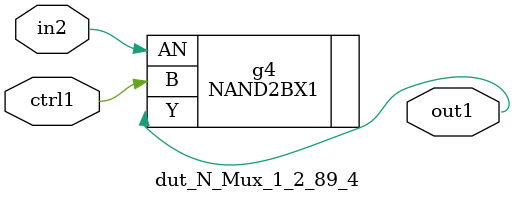
<source format=v>
`timescale 1ps / 1ps


module dut_N_Mux_1_2_89_4(in2, ctrl1, out1);
  input in2, ctrl1;
  output out1;
  wire in2, ctrl1;
  wire out1;
  NAND2BX1 g4(.AN (in2), .B (ctrl1), .Y (out1));
endmodule



</source>
